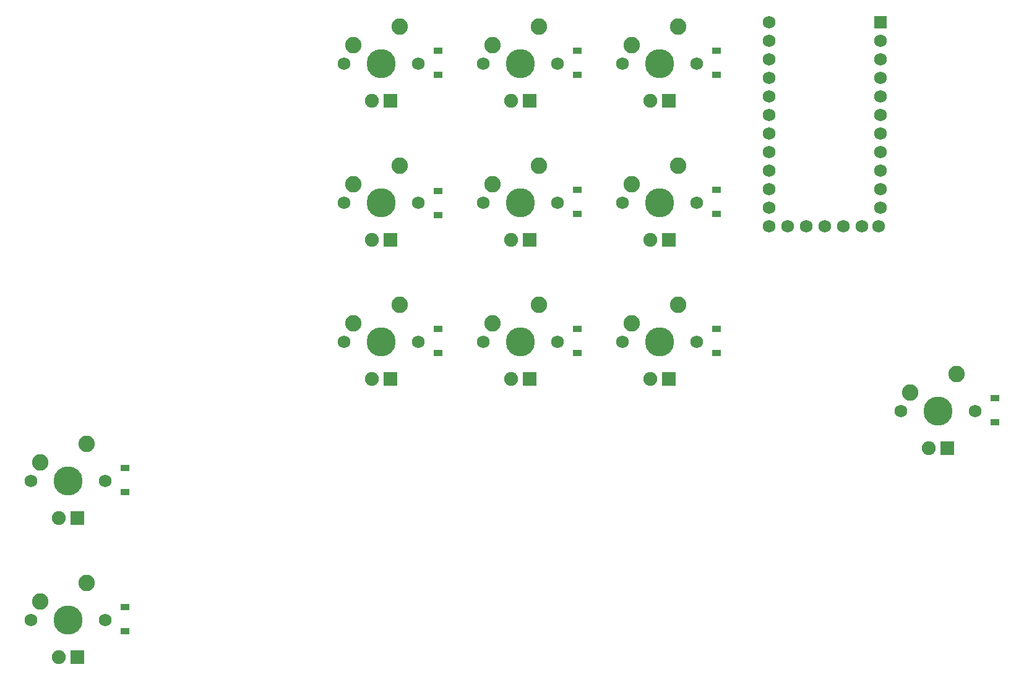
<source format=gbr>
%TF.GenerationSoftware,KiCad,Pcbnew,(5.1.9-0-10_14)*%
%TF.CreationDate,2021-04-17T16:13:15+09:00*%
%TF.ProjectId,IKIDS,494b4944-532e-46b6-9963-61645f706362,rev?*%
%TF.SameCoordinates,Original*%
%TF.FileFunction,Soldermask,Bot*%
%TF.FilePolarity,Negative*%
%FSLAX46Y46*%
G04 Gerber Fmt 4.6, Leading zero omitted, Abs format (unit mm)*
G04 Created by KiCad (PCBNEW (5.1.9-0-10_14)) date 2021-04-17 16:13:15*
%MOMM*%
%LPD*%
G01*
G04 APERTURE LIST*
%ADD10C,1.750000*%
%ADD11R,1.905000X1.905000*%
%ADD12C,1.905000*%
%ADD13C,2.250000*%
%ADD14C,3.987800*%
%ADD15R,1.200000X0.900000*%
%ADD16C,1.752600*%
%ADD17R,1.752600X1.752600*%
G04 APERTURE END LIST*
D10*
%TO.C,MX2*%
X90932000Y-144557750D03*
X80772000Y-144557750D03*
D11*
X87122000Y-149637750D03*
D12*
X84582000Y-149637750D03*
D13*
X82042000Y-142017750D03*
D14*
X85852000Y-144557750D03*
D13*
X88392000Y-139477750D03*
%TD*%
D10*
%TO.C,MX6*%
X152844500Y-68357750D03*
X142684500Y-68357750D03*
D11*
X149034500Y-73437750D03*
D12*
X146494500Y-73437750D03*
D13*
X143954500Y-65817750D03*
D14*
X147764500Y-68357750D03*
D13*
X150304500Y-63277750D03*
%TD*%
D10*
%TO.C,MX11*%
X171894500Y-106457750D03*
X161734500Y-106457750D03*
D11*
X168084500Y-111537750D03*
D12*
X165544500Y-111537750D03*
D13*
X163004500Y-103917750D03*
D14*
X166814500Y-106457750D03*
D13*
X169354500Y-101377750D03*
%TD*%
D15*
%TO.C,D12*%
X212725000Y-114237500D03*
X212725000Y-117537500D03*
%TD*%
%TO.C,D11*%
X174625000Y-104712500D03*
X174625000Y-108012500D03*
%TD*%
%TO.C,D10*%
X174625000Y-85662500D03*
X174625000Y-88962500D03*
%TD*%
%TO.C,D9*%
X174625000Y-66612500D03*
X174625000Y-69912500D03*
%TD*%
%TO.C,D8*%
X155575000Y-104712500D03*
X155575000Y-108012500D03*
%TD*%
%TO.C,D7*%
X155575000Y-85662500D03*
X155575000Y-88962500D03*
%TD*%
%TO.C,D6*%
X155575000Y-66612500D03*
X155575000Y-69912500D03*
%TD*%
%TO.C,D5*%
X136525000Y-104712500D03*
X136525000Y-108012500D03*
%TD*%
%TO.C,D4*%
X136525000Y-85806250D03*
X136525000Y-89106250D03*
%TD*%
%TO.C,D3*%
X136525000Y-66612500D03*
X136525000Y-69912500D03*
%TD*%
%TO.C,D2*%
X93662500Y-142812500D03*
X93662500Y-146112500D03*
%TD*%
%TO.C,D1*%
X93662500Y-123762500D03*
X93662500Y-127062500D03*
%TD*%
D10*
%TO.C,MX4*%
X133794500Y-87407750D03*
X123634500Y-87407750D03*
D11*
X129984500Y-92487750D03*
D12*
X127444500Y-92487750D03*
D13*
X124904500Y-84867750D03*
D14*
X128714500Y-87407750D03*
D13*
X131254500Y-82327750D03*
%TD*%
D10*
%TO.C,MX1*%
X90932000Y-125507750D03*
X80772000Y-125507750D03*
D11*
X87122000Y-130587750D03*
D12*
X84582000Y-130587750D03*
D13*
X82042000Y-122967750D03*
D14*
X85852000Y-125507750D03*
D13*
X88392000Y-120427750D03*
%TD*%
D16*
%TO.C,U1*%
X194468750Y-90678000D03*
X191928750Y-90678000D03*
X189388750Y-90678000D03*
X186848750Y-90678000D03*
X184308750Y-90678000D03*
X181768750Y-62738000D03*
X196780150Y-90678000D03*
X181768750Y-65278000D03*
X181768750Y-67818000D03*
X181768750Y-70358000D03*
X181768750Y-72898000D03*
X181768750Y-75438000D03*
X181768750Y-77978000D03*
X181768750Y-80518000D03*
X181768750Y-83058000D03*
X181768750Y-85598000D03*
X181768750Y-88138000D03*
X181768750Y-90678000D03*
X197008750Y-88138000D03*
X197008750Y-85598000D03*
X197008750Y-83058000D03*
X197008750Y-80518000D03*
X197008750Y-77978000D03*
X197008750Y-75438000D03*
X197008750Y-72898000D03*
X197008750Y-70358000D03*
X197008750Y-67818000D03*
X197008750Y-65278000D03*
D17*
X197008750Y-62738000D03*
%TD*%
D10*
%TO.C,MX12*%
X209994500Y-115982750D03*
X199834500Y-115982750D03*
D11*
X206184500Y-121062750D03*
D12*
X203644500Y-121062750D03*
D13*
X201104500Y-113442750D03*
D14*
X204914500Y-115982750D03*
D13*
X207454500Y-110902750D03*
%TD*%
D10*
%TO.C,MX10*%
X171894500Y-87407750D03*
X161734500Y-87407750D03*
D11*
X168084500Y-92487750D03*
D12*
X165544500Y-92487750D03*
D13*
X163004500Y-84867750D03*
D14*
X166814500Y-87407750D03*
D13*
X169354500Y-82327750D03*
%TD*%
D10*
%TO.C,MX9*%
X171894500Y-68357750D03*
X161734500Y-68357750D03*
D11*
X168084500Y-73437750D03*
D12*
X165544500Y-73437750D03*
D13*
X163004500Y-65817750D03*
D14*
X166814500Y-68357750D03*
D13*
X169354500Y-63277750D03*
%TD*%
D10*
%TO.C,MX8*%
X152844500Y-106457750D03*
X142684500Y-106457750D03*
D11*
X149034500Y-111537750D03*
D12*
X146494500Y-111537750D03*
D13*
X143954500Y-103917750D03*
D14*
X147764500Y-106457750D03*
D13*
X150304500Y-101377750D03*
%TD*%
D10*
%TO.C,MX7*%
X152844500Y-87407750D03*
X142684500Y-87407750D03*
D11*
X149034500Y-92487750D03*
D12*
X146494500Y-92487750D03*
D13*
X143954500Y-84867750D03*
D14*
X147764500Y-87407750D03*
D13*
X150304500Y-82327750D03*
%TD*%
%TO.C,MX5*%
X131254500Y-101377750D03*
D14*
X128714500Y-106457750D03*
D13*
X124904500Y-103917750D03*
D12*
X127444500Y-111537750D03*
D11*
X129984500Y-111537750D03*
D10*
X123634500Y-106457750D03*
X133794500Y-106457750D03*
%TD*%
%TO.C,MX3*%
X133794500Y-68357750D03*
X123634500Y-68357750D03*
D11*
X129984500Y-73437750D03*
D12*
X127444500Y-73437750D03*
D13*
X124904500Y-65817750D03*
D14*
X128714500Y-68357750D03*
D13*
X131254500Y-63277750D03*
%TD*%
M02*

</source>
